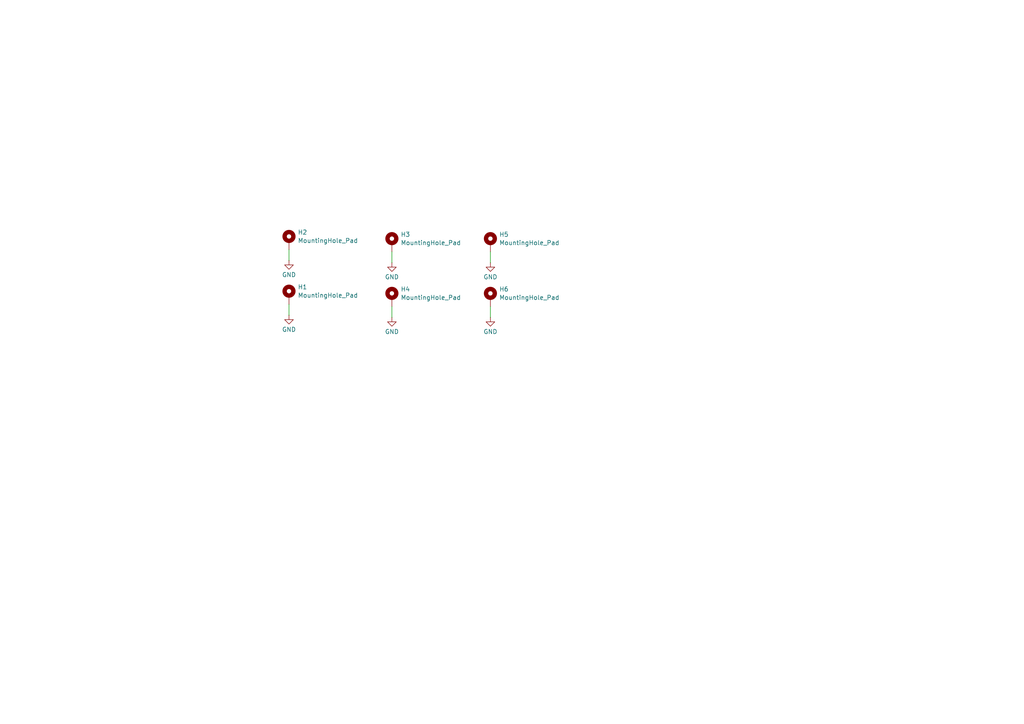
<source format=kicad_sch>
(kicad_sch (version 20231120) (generator "eeschema") (generator_version "8.0")
  (paper "A4")
  (lib_symbols
    (symbol "Mechanical:MountingHole_Pad" (pin_numbers hide) (pin_names (offset 1.016) hide) (exclude_from_sim yes) (in_bom no)
      (property "Reference" "H" (at 0 6.35 0))
      (property "Value" "MountingHole_Pad" (at 0 4.445 0))
      (symbol "MountingHole_Pad_0_1"
        (circle (center 0 1.27) (radius 1.27) (stroke (width 1.27)))
      )
      (symbol "MountingHole_Pad_1_1"
        (pin input line (at 0 -2.54 90) (length 2.54) (name "1") (number "1"))
      )
    )
    (symbol "power:GND" (power) (pin_numbers hide) (pin_names (offset 0) hide)
      (property "Value" "GND" (at 0 -3.81 0))
      (symbol "GND_0_1"
        (polyline (pts (xy 0 0) (xy 0 -1.27) (xy 1.27 -1.27) (xy 0 -2.54) (xy -1.27 -1.27) (xy 0 -1.27)))
      )
      (symbol "GND_1_1"
        (pin power_in line (at 0 0 270) (length 0) (name "~") (number "1"))
      )
    )
  )
  (wire (pts (xy 83.82 72.39) (xy 83.82 75.565)))
  (wire (pts (xy 113.665 73.025) (xy 113.665 76.2)))
  (wire (pts (xy 142.24 88.9) (xy 142.24 92.075)))
  (wire (pts (xy 113.665 88.9) (xy 113.665 92.075)))
  (wire (pts (xy 83.82 88.265) (xy 83.82 91.44)))
  (wire (pts (xy 142.24 73.025) (xy 142.24 76.2)))
  (symbol (lib_id "Mechanical:MountingHole_Pad") (at 83.82 69.85 0) (unit 1) (exclude_from_sim yes) (in_bom no)
    (property "Reference" "H2" (at 86.36 67.3678 0) (effects (justify left)))
    (property "Value" "MountingHole_Pad" (at 86.36 69.7921 0) (effects (justify left)))
    (property "Footprint" "MountingHole:MountingHole_3.2mm_M3_ISO7380_Pad_TopBottom" (effects (hide yes)))
    (property "Description" "Mounting Hole with connection" (effects (hide yes)))
  )
  (symbol (lib_id "Mechanical:MountingHole_Pad") (at 83.82 85.725 0) (unit 1) (exclude_from_sim yes) (in_bom no)
    (property "Reference" "H1" (at 86.36 83.2428 0) (effects (justify left)))
    (property "Value" "MountingHole_Pad" (at 86.36 85.6671 0) (effects (justify left)))
    (property "Footprint" "MountingHole:MountingHole_3.2mm_M3_ISO7380_Pad_TopBottom" (effects (hide yes)))
    (property "Description" "Mounting Hole with connection" (effects (hide yes)))
  )
  (symbol (lib_id "Mechanical:MountingHole_Pad") (at 113.665 70.485 0) (unit 1) (exclude_from_sim yes) (in_bom no)
    (property "Reference" "H3" (at 116.205 68.0028 0) (effects (justify left)))
    (property "Value" "MountingHole_Pad" (at 116.205 70.4271 0) (effects (justify left)))
    (property "Footprint" "MountingHole:MountingHole_3.2mm_M3_ISO7380_Pad_TopBottom" (effects (hide yes)))
    (property "Description" "Mounting Hole with connection" (effects (hide yes)))
  )
  (symbol (lib_id "Mechanical:MountingHole_Pad") (at 142.24 86.36 0) (unit 1) (exclude_from_sim yes) (in_bom no)
    (property "Reference" "H6" (at 144.78 83.8778 0) (effects (justify left)))
    (property "Value" "MountingHole_Pad" (at 144.78 86.3021 0) (effects (justify left)))
    (property "Footprint" "MountingHole:MountingHole_3.2mm_M3_ISO7380_Pad_TopBottom" (effects (hide yes)))
    (property "Description" "Mounting Hole with connection" (effects (hide yes)))
  )
  (symbol (lib_id "Mechanical:MountingHole_Pad") (at 113.665 86.36 0) (unit 1) (exclude_from_sim yes) (in_bom no)
    (property "Reference" "H4" (at 116.205 83.8778 0) (effects (justify left)))
    (property "Value" "MountingHole_Pad" (at 116.205 86.3021 0) (effects (justify left)))
    (property "Footprint" "MountingHole:MountingHole_3.2mm_M3_ISO7380_Pad_TopBottom" (effects (hide yes)))
    (property "Description" "Mounting Hole with connection" (effects (hide yes)))
  )
  (symbol (lib_id "power:GND") (at 83.82 75.565 0) (unit 1)
    (property "Reference" "#PWR02" (effects (hide yes)))
    (property "Value" "GND" (at 83.82 79.6981 0))
    (property "Description" "Power symbol creates a global label with name \"GND\" , ground" (effects (hide yes)))
  )
  (symbol (lib_id "Mechanical:MountingHole_Pad") (at 142.24 70.485 0) (unit 1) (exclude_from_sim yes) (in_bom no)
    (property "Reference" "H5" (at 144.78 68.0028 0) (effects (justify left)))
    (property "Value" "MountingHole_Pad" (at 144.78 70.4271 0) (effects (justify left)))
    (property "Footprint" "MountingHole:MountingHole_3.2mm_M3_ISO7380_Pad_TopBottom" (effects (hide yes)))
    (property "Description" "Mounting Hole with connection" (effects (hide yes)))
  )
  (symbol (lib_id "power:GND") (at 113.665 92.075 0) (unit 1)
    (property "Reference" "#PWR04" (effects (hide yes)))
    (property "Value" "GND" (at 113.665 96.2081 0))
    (property "Description" "Power symbol creates a global label with name \"GND\" , ground" (effects (hide yes)))
  )
  (symbol (lib_id "power:GND") (at 83.82 91.44 0) (unit 1)
    (property "Reference" "#PWR01" (effects (hide yes)))
    (property "Value" "GND" (at 83.82 95.5731 0))
    (property "Description" "Power symbol creates a global label with name \"GND\" , ground" (effects (hide yes)))
  )
  (symbol (lib_id "power:GND") (at 113.665 76.2 0) (unit 1)
    (property "Reference" "#PWR03" (effects (hide yes)))
    (property "Value" "GND" (at 113.665 80.3331 0))
    (property "Description" "Power symbol creates a global label with name \"GND\" , ground" (effects (hide yes)))
  )
  (symbol (lib_id "power:GND") (at 142.24 76.2 0) (unit 1)
    (property "Reference" "#PWR05" (effects (hide yes)))
    (property "Value" "GND" (at 142.24 80.3331 0))
    (property "Description" "Power symbol creates a global label with name \"GND\" , ground" (effects (hide yes)))
  )
  (symbol (lib_id "power:GND") (at 142.24 92.075 0) (unit 1)
    (property "Reference" "#PWR06" (effects (hide yes)))
    (property "Value" "GND" (at 142.24 96.2081 0))
    (property "Description" "Power symbol creates a global label with name \"GND\" , ground" (effects (hide yes)))
  )
)
</source>
